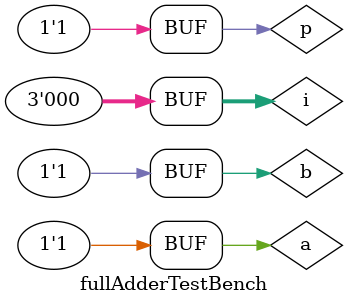
<source format=v>
module fullAdderTestBench;
  reg a, b, p;
  wire sf, cf;
  
  fullAdderUsingHalfAdderGates f(a, b, p, sf, cf);
  
  reg[2:0] i;
  initial
  begin
    for(i = 0; i < 8; i = i + 1)
    begin
      #00 {a, b,  p} = i;
      #50 ;
    end
  end
  
endmodule

</source>
